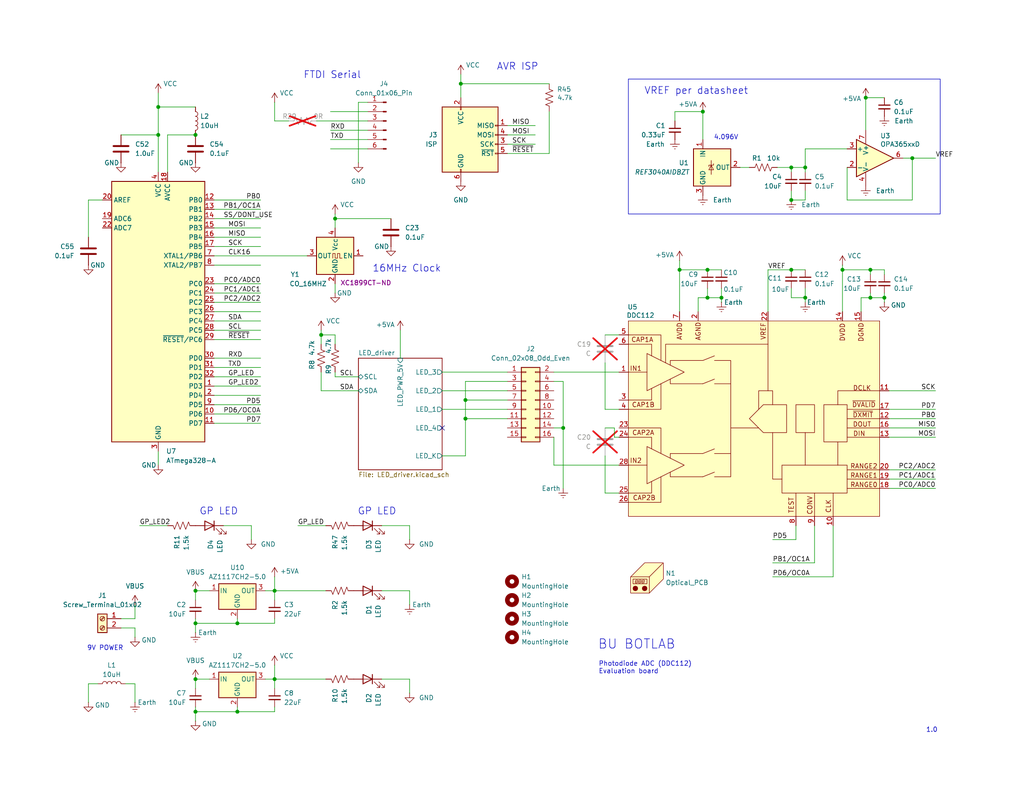
<source format=kicad_sch>
(kicad_sch (version 20250114) (generator "eeschema") (generator_version "9.0")
  (paper "USLetter")
  (title_block (date "mar. 31 mars 2015"))
  (rectangle (start 171.45 21.59) (end 256.54 58.42))
  (text "AVR ISP" (at 141.224 18.288 0) (effects (font (size 1.905 1.905))))
  (text "FTDI Serial" (at 90.678 20.574 0) (effects (font (size 1.905 1.905))))
  (text "4.096V" (at 198.12 37.592 0) (effects (font (size 1.27 1.27))))
  (text "1.0" (at 254.254 199.39 0) (effects (font (size 1.27 1.27))))
  (text "GP LED" (at 59.69 139.7 0) (effects (font (size 1.905 1.905))))
  (text "VREF per datasheet" (at 175.768 24.892 0) (effects (font (size 1.905 1.905)) (justify left)))
  (text "9V POWER" (at 28.702 177.038 0) (effects (font (size 1.27 1.27))))
  (text "GP LED" (at 102.87 139.7 0) (effects (font (size 1.905 1.905))))
  (text "BU BOTLAB" (at 173.736 176.022 0) (effects (font (size 2.54 2.54))))
  (text "16MHz Clock" (at 110.998 73.406 0) (effects (font (size 1.905 1.905))))
  (text "Photodiode ADC (DDC112)\nEvaluation board\n" (at 163.322 182.372 0) (effects (font (size 1.27 1.27)) (justify left)))
  (junction (at 153.67 116.84))
  (junction (at 74.93 185.42))
  (junction (at 53.34 194.31))
  (junction (at 127 109.22))
  (junction (at 185.42 73.66))
  (junction (at 191.77 30.48))
  (junction (at 215.9 45.72))
  (junction (at 248.92 43.18))
  (junction (at 125.73 22.86))
  (junction (at 127 114.3))
  (junction (at 219.71 81.28))
  (junction (at 53.34 170.18))
  (junction (at 241.3 81.28))
  (junction (at 196.85 81.28))
  (junction (at 193.04 73.66))
  (junction (at 53.34 161.29))
  (junction (at 53.34 185.42))
  (junction (at 43.18 36.83))
  (junction (at 87.63 91.44))
  (junction (at 237.49 81.28))
  (junction (at 64.77 194.31))
  (junction (at 215.9 54.61))
  (junction (at 215.9 73.66))
  (junction (at 237.49 73.66))
  (junction (at 53.34 36.83))
  (junction (at 64.77 170.18))
  (junction (at 219.71 45.72))
  (junction (at 74.93 161.29))
  (junction (at 91.44 59.69))
  (junction (at 229.87 73.66))
  (junction (at 193.04 81.28))
  (junction (at 236.22 26.67))
  (junction (at 43.18 29.21))
  (no_connect (at 120.65 116.84))
  (wire (pts (xy 219.71 54.61) (xy 219.71 52.07)))
  (wire (pts (xy 64.77 168.91) (xy 64.77 170.18)))
  (wire (pts (xy 241.3 81.28) (xy 241.3 80.01)))
  (wire (pts (xy 242.57 133.35) (xy 255.27 133.35)))
  (wire (pts (xy 74.93 193.04) (xy 74.93 194.31)))
  (wire (pts (xy 36.83 165.1) (xy 36.83 168.91)))
  (wire (pts (xy 215.9 45.72) (xy 215.9 46.99)))
  (wire (pts (xy 74.93 181.61) (xy 74.93 185.42)))
  (wire (pts (xy 212.09 45.72) (xy 215.9 45.72)))
  (wire (pts (xy 91.44 58.42) (xy 91.44 59.69)))
  (wire (pts (xy 53.34 170.18) (xy 53.34 172.72)))
  (wire (pts (xy 191.77 30.48) (xy 191.77 38.1)))
  (wire (pts (xy 64.77 194.31) (xy 53.34 194.31)))
  (wire (pts (xy 236.22 26.67) (xy 241.3 26.67)))
  (wire (pts (xy 111.76 165.1) (xy 111.76 161.29)))
  (wire (pts (xy 215.9 52.07) (xy 215.9 54.61)))
  (wire (pts (xy 74.93 157.48) (xy 74.93 161.29)))
  (wire (pts (xy 153.67 104.14) (xy 153.67 116.84)))
  (wire (pts (xy 58.42 100.33) (xy 71.12 100.33)))
  (wire (pts (xy 111.76 189.23) (xy 111.76 185.42)))
  (wire (pts (xy 34.29 186.69) (xy 36.83 186.69)))
  (wire (pts (xy 58.42 64.77) (xy 71.12 64.77)))
  (wire (pts (xy 242.57 106.68) (xy 255.27 106.68)))
  (wire (pts (xy 229.87 73.66) (xy 237.49 73.66)))
  (wire (pts (xy 193.04 81.28) (xy 196.85 81.28)))
  (wire (pts (xy 36.83 186.69) (xy 36.83 191.77)))
  (wire (pts (xy 91.44 59.69) (xy 91.44 62.23)))
  (wire (pts (xy 241.3 81.28) (xy 237.49 81.28)))
  (wire (pts (xy 24.13 54.61) (xy 24.13 64.77)))
  (wire (pts (xy 58.42 80.01) (xy 71.12 80.01)))
  (wire (pts (xy 185.42 73.66) (xy 185.42 85.09)))
  (wire (pts (xy 91.44 102.87) (xy 91.44 101.6)))
  (wire (pts (xy 58.42 102.87) (xy 71.12 102.87)))
  (wire (pts (xy 97.79 106.68) (xy 87.63 106.68)))
  (wire (pts (xy 231.14 54.61) (xy 248.92 54.61)))
  (wire (pts (xy 58.42 85.09) (xy 71.12 85.09)))
  (wire (pts (xy 165.1 134.62) (xy 168.91 134.62)))
  (wire (pts (xy 209.55 73.66) (xy 215.9 73.66)))
  (wire (pts (xy 68.58 147.32) (xy 68.58 143.51)))
  (wire (pts (xy 53.34 161.29) (xy 53.34 163.83)))
  (wire (pts (xy 53.34 193.04) (xy 53.34 194.31)))
  (wire (pts (xy 43.18 29.21) (xy 43.18 36.83)))
  (wire (pts (xy 234.95 81.28) (xy 237.49 81.28)))
  (wire (pts (xy 165.1 116.84) (xy 167.64 116.84)))
  (wire (pts (xy 74.93 161.29) (xy 88.9 161.29)))
  (wire (pts (xy 215.9 78.74) (xy 215.9 81.28)))
  (wire (pts (xy 64.77 193.04) (xy 64.77 194.31)))
  (wire (pts (xy 90.17 38.1) (xy 100.33 38.1)))
  (wire (pts (xy 138.43 36.83) (xy 146.05 36.83)))
  (wire (pts (xy 58.42 113.03) (xy 71.12 113.03)))
  (wire (pts (xy 219.71 81.28) (xy 219.71 78.74)))
  (wire (pts (xy 53.34 194.31) (xy 53.34 196.85)))
  (wire (pts (xy 196.85 82.55) (xy 196.85 81.28)))
  (wire (pts (xy 242.57 116.84) (xy 255.27 116.84)))
  (wire (pts (xy 236.22 26.67) (xy 236.22 35.56)))
  (wire (pts (xy 241.3 81.28) (xy 241.3 82.55)))
  (wire (pts (xy 33.02 36.83) (xy 43.18 36.83)))
  (wire (pts (xy 74.93 185.42) (xy 88.9 185.42)))
  (wire (pts (xy 58.42 110.49) (xy 71.12 110.49)))
  (wire (pts (xy 234.95 85.09) (xy 234.95 81.28)))
  (wire (pts (xy 125.73 22.86) (xy 149.86 22.86)))
  (wire (pts (xy 91.44 93.98) (xy 91.44 91.44)))
  (wire (pts (xy 72.39 161.29) (xy 74.93 161.29)))
  (wire (pts (xy 91.44 80.01) (xy 91.44 77.47)))
  (wire (pts (xy 58.42 105.41) (xy 71.12 105.41)))
  (wire (pts (xy 153.67 116.84) (xy 153.67 133.35)))
  (wire (pts (xy 58.42 57.15) (xy 71.12 57.15)))
  (wire (pts (xy 196.85 73.66) (xy 193.04 73.66)))
  (wire (pts (xy 53.34 185.42) (xy 53.34 187.96)))
  (wire (pts (xy 127 109.22) (xy 138.43 109.22)))
  (wire (pts (xy 58.42 82.55) (xy 71.12 82.55)))
  (wire (pts (xy 74.93 194.31) (xy 64.77 194.31)))
  (wire (pts (xy 201.93 45.72) (xy 204.47 45.72)))
  (wire (pts (xy 210.82 157.48) (xy 227.33 157.48)))
  (wire (pts (xy 58.42 90.17) (xy 71.12 90.17)))
  (wire (pts (xy 87.63 106.68) (xy 87.63 101.6)))
  (wire (pts (xy 24.13 186.69) (xy 24.13 191.77)))
  (wire (pts (xy 231.14 45.72) (xy 231.14 54.61)))
  (wire (pts (xy 27.94 54.61) (xy 24.13 54.61)))
  (wire (pts (xy 58.42 97.79) (xy 71.12 97.79)))
  (wire (pts (xy 74.93 185.42) (xy 74.93 187.96)))
  (wire (pts (xy 43.18 36.83) (xy 43.18 46.99)))
  (wire (pts (xy 190.5 81.28) (xy 190.5 85.09)))
  (wire (pts (xy 58.42 72.39) (xy 71.12 72.39)))
  (wire (pts (xy 120.65 124.46) (xy 127 124.46)))
  (wire (pts (xy 219.71 40.64) (xy 231.14 40.64)))
  (wire (pts (xy 74.93 168.91) (xy 74.93 170.18)))
  (wire (pts (xy 241.3 74.93) (xy 241.3 73.66)))
  (wire (pts (xy 58.42 107.95) (xy 71.12 107.95)))
  (wire (pts (xy 229.87 72.39) (xy 229.87 73.66)))
  (wire (pts (xy 127 109.22) (xy 127 114.3)))
  (wire (pts (xy 68.58 143.51) (xy 60.96 143.51)))
  (wire (pts (xy 53.34 168.91) (xy 53.34 170.18)))
  (wire (pts (xy 81.28 143.51) (xy 88.9 143.51)))
  (wire (pts (xy 53.34 36.83) (xy 45.72 36.83)))
  (wire (pts (xy 165.1 99.06) (xy 165.1 111.76)))
  (wire (pts (xy 165.1 124.46) (xy 165.1 134.62)))
  (wire (pts (xy 53.34 161.29) (xy 57.15 161.29)))
  (wire (pts (xy 153.67 116.84) (xy 151.13 116.84)))
  (wire (pts (xy 109.22 90.17) (xy 109.22 97.79)))
  (wire (pts (xy 219.71 82.55) (xy 219.71 81.28)))
  (wire (pts (xy 151.13 119.38) (xy 151.13 127)))
  (wire (pts (xy 138.43 41.91) (xy 149.86 41.91)))
  (wire (pts (xy 227.33 143.51) (xy 227.33 157.48)))
  (wire (pts (xy 215.9 73.66) (xy 219.71 73.66)))
  (wire (pts (xy 209.55 73.66) (xy 209.55 85.09)))
  (wire (pts (xy 74.93 33.02) (xy 78.74 33.02)))
  (wire (pts (xy 151.13 101.6) (xy 168.91 101.6)))
  (wire (pts (xy 219.71 45.72) (xy 215.9 45.72)))
  (wire (pts (xy 242.57 130.81) (xy 255.27 130.81)))
  (wire (pts (xy 219.71 46.99) (xy 219.71 45.72)))
  (wire (pts (xy 149.86 41.91) (xy 149.86 30.48)))
  (wire (pts (xy 74.93 161.29) (xy 74.93 163.83)))
  (wire (pts (xy 58.42 115.57) (xy 71.12 115.57)))
  (wire (pts (xy 151.13 104.14) (xy 153.67 104.14)))
  (wire (pts (xy 74.93 170.18) (xy 64.77 170.18)))
  (wire (pts (xy 87.63 91.44) (xy 87.63 93.98)))
  (wire (pts (xy 58.42 69.85) (xy 83.82 69.85)))
  (wire (pts (xy 229.87 73.66) (xy 229.87 85.09)))
  (wire (pts (xy 97.79 102.87) (xy 91.44 102.87)))
  (wire (pts (xy 43.18 29.21) (xy 53.34 29.21)))
  (wire (pts (xy 127 109.22) (xy 127 104.14)))
  (wire (pts (xy 53.34 185.42) (xy 57.15 185.42)))
  (wire (pts (xy 100.33 27.94) (xy 97.79 27.94)))
  (wire (pts (xy 193.04 78.74) (xy 193.04 81.28)))
  (wire (pts (xy 219.71 45.72) (xy 219.71 40.64)))
  (wire (pts (xy 36.83 168.91) (xy 33.02 168.91)))
  (wire (pts (xy 184.15 33.02) (xy 184.15 30.48)))
  (wire (pts (xy 36.83 171.45) (xy 36.83 173.99)))
  (wire (pts (xy 210.82 153.67) (xy 222.25 153.67)))
  (wire (pts (xy 125.73 20.32) (xy 125.73 22.86)))
  (wire (pts (xy 38.1 143.51) (xy 45.72 143.51)))
  (wire (pts (xy 237.49 74.93) (xy 237.49 73.66)))
  (wire (pts (xy 242.57 114.3) (xy 255.27 114.3)))
  (wire (pts (xy 167.64 119.38) (xy 168.91 119.38)))
  (wire (pts (xy 74.93 27.94) (xy 74.93 33.02)))
  (wire (pts (xy 45.72 36.83) (xy 45.72 46.99)))
  (wire (pts (xy 165.1 111.76) (xy 168.91 111.76)))
  (wire (pts (xy 58.42 92.71) (xy 71.12 92.71)))
  (wire (pts (xy 196.85 81.28) (xy 196.85 78.74)))
  (wire (pts (xy 222.25 143.51) (xy 222.25 153.67)))
  (wire (pts (xy 138.43 39.37) (xy 146.05 39.37)))
  (wire (pts (xy 138.43 34.29) (xy 146.05 34.29)))
  (wire (pts (xy 167.64 116.84) (xy 167.64 119.38)))
  (wire (pts (xy 86.36 33.02) (xy 100.33 33.02)))
  (wire (pts (xy 127 114.3) (xy 127 124.46)))
  (wire (pts (xy 111.76 147.32) (xy 111.76 143.51)))
  (wire (pts (xy 237.49 73.66) (xy 241.3 73.66)))
  (wire (pts (xy 111.76 143.51) (xy 104.14 143.51)))
  (wire (pts (xy 58.42 77.47) (xy 71.12 77.47)))
  (wire (pts (xy 90.17 30.48) (xy 100.33 30.48)))
  (wire (pts (xy 138.43 114.3) (xy 127 114.3)))
  (wire (pts (xy 72.39 185.42) (xy 74.93 185.42)))
  (wire (pts (xy 242.57 119.38) (xy 255.27 119.38)))
  (wire (pts (xy 248.92 54.61) (xy 248.92 43.18)))
  (wire (pts (xy 184.15 30.48) (xy 191.77 30.48)))
  (wire (pts (xy 58.42 87.63) (xy 71.12 87.63)))
  (wire (pts (xy 43.18 25.4) (xy 43.18 29.21)))
  (wire (pts (xy 97.79 27.94) (xy 97.79 44.45)))
  (wire (pts (xy 90.17 35.56) (xy 100.33 35.56)))
  (wire (pts (xy 242.57 128.27) (xy 255.27 128.27)))
  (wire (pts (xy 43.18 123.19) (xy 43.18 127)))
  (wire (pts (xy 190.5 81.28) (xy 193.04 81.28)))
  (wire (pts (xy 127 104.14) (xy 138.43 104.14)))
  (wire (pts (xy 58.42 59.69) (xy 71.12 59.69)))
  (wire (pts (xy 151.13 127) (xy 168.91 127)))
  (wire (pts (xy 215.9 54.61) (xy 219.71 54.61)))
  (wire (pts (xy 91.44 59.69) (xy 106.68 59.69)))
  (wire (pts (xy 64.77 170.18) (xy 53.34 170.18)))
  (wire (pts (xy 58.42 67.31) (xy 71.12 67.31)))
  (wire (pts (xy 58.42 62.23) (xy 71.12 62.23)))
  (wire (pts (xy 111.76 161.29) (xy 104.14 161.29)))
  (wire (pts (xy 210.82 147.32) (xy 217.17 147.32)))
  (wire (pts (xy 120.65 111.76) (xy 138.43 111.76)))
  (wire (pts (xy 120.65 101.6) (xy 138.43 101.6)))
  (wire (pts (xy 125.73 22.86) (xy 125.73 26.67)))
  (wire (pts (xy 90.17 40.64) (xy 100.33 40.64)))
  (wire (pts (xy 217.17 143.51) (xy 217.17 147.32)))
  (wire (pts (xy 165.1 91.44) (xy 168.91 91.44)))
  (wire (pts (xy 91.44 91.44) (xy 87.63 91.44)))
  (wire (pts (xy 246.38 43.18) (xy 248.92 43.18)))
  (wire (pts (xy 87.63 90.17) (xy 87.63 91.44)))
  (wire (pts (xy 111.76 185.42) (xy 104.14 185.42)))
  (wire (pts (xy 242.57 111.76) (xy 255.27 111.76)))
  (wire (pts (xy 193.04 73.66) (xy 185.42 73.66)))
  (wire (pts (xy 58.42 54.61) (xy 71.12 54.61)))
  (wire (pts (xy 237.49 80.01) (xy 237.49 81.28)))
  (wire (pts (xy 120.65 106.68) (xy 138.43 106.68)))
  (wire (pts (xy 26.67 186.69) (xy 24.13 186.69)))
  (wire (pts (xy 215.9 81.28) (xy 219.71 81.28)))
  (wire (pts (xy 185.42 71.12) (xy 185.42 73.66)))
  (wire (pts (xy 33.02 171.45) (xy 36.83 171.45)))
  (wire (pts (xy 248.92 43.18) (xy 255.27 43.18)))
  (label "PB1{slash}OC1A" (at 71.12 57.15 180))
  (label "PD7" (at 255.27 111.76 180))
  (label "PD5" (at 71.12 110.49 180))
  (label "PB0" (at 71.12 54.61 180))
  (label "GP_LED" (at 62.23 102.87 0))
  (label "SCL" (at 92.71 102.87 0))
  (label "TXD" (at 90.17 38.1 0))
  (label "TXD" (at 62.23 100.33 0))
  (label "RXD" (at 62.23 97.79 0))
  (label "PC2{slash}ADC2" (at 71.12 82.55 180))
  (label "GP_LED2" (at 62.23 105.41 0))
  (label "RXD" (at 90.17 35.56 0))
  (label "~{RESET}" (at 62.23 92.71 0))
  (label "SCK" (at 139.7 39.37 0))
  (label "MISO" (at 255.27 116.84 180))
  (label "PC0{slash}ADC0" (at 255.27 133.35 180))
  (label "PD6{slash}OC0A" (at 210.82 157.48 0))
  (label "GP_LED" (at 81.28 143.51 0))
  (label "PB0" (at 255.27 114.3 180))
  (label "SCL" (at 62.23 90.17 0))
  (label "SDA" (at 92.71 106.68 0))
  (label "PD5" (at 210.82 147.32 0))
  (label "SCK" (at 255.27 106.68 180))
  (label "PD7" (at 71.12 115.57 180))
  (label "SCK" (at 62.23 67.31 0))
  (label "CLK16" (at 62.23 69.85 0))
  (label "PB1{slash}OC1A" (at 210.82 153.67 0))
  (label "VREF" (at 209.55 73.66 0))
  (label "MISO" (at 139.7 34.29 0))
  (label "PC0{slash}ADC0" (at 71.12 77.47 180))
  (label "~{RESET}" (at 139.7 41.91 0))
  (label "GP_LED2" (at 38.1 143.51 0))
  (label "PC1{slash}ADC1" (at 71.12 80.01 180))
  (label "PC2{slash}ADC2" (at 255.27 128.27 180))
  (label "SDA" (at 62.23 87.63 0))
  (label "PC1{slash}ADC1" (at 255.27 130.81 180))
  (label "PD6{slash}OC0A" (at 71.12 113.03 180))
  (label "MOSI" (at 255.27 119.38 180))
  (label "MISO" (at 62.23 64.77 0))
  (label "SS{slash}DONT_USE" (at 60.96 59.69 0))
  (label "MOSI" (at 139.7 36.83 0))
  (label "VREF" (at 255.27 43.18 0))
  (label "MOSI" (at 62.23 62.23 0))
  (symbol (lib_id "Device:R_US") (at 92.71 143.51 90) (mirror x) (unit 1)
    (property "Reference" "R47" (at 91.4399 146.05 0) (effects (justify left)))
    (property "Value" "1.5k" (at 93.9799 146.05 0) (effects (justify left)))
    (property "Footprint" "Resistor_SMD:R_0805_2012Metric_Pad1.20x1.40mm_HandSolder" (effects (hide yes)))
    (property "Datasheet" "https://www.yageo.com/upload/media/product/app/datasheet/rchip/pyu-rt_1-to-0.01_rohs_l.pdf" (effects (hide yes)))
    (property "Description" "Resistor, US symbol" (effects (hide yes)))
    (property "MfgNo" "RT0603BRD071K5L" (effects (hide yes)))
    (property "CatNo" "YAG1570CT-ND" (effects (hide yes)))
    (property "DigikeyNumber" "541-4161-1-ND" (effects (hide yes)))
    (property "ManufacturerNumber" "CRCW08051K50FKEAC" (effects (hide yes)))
  )
  (symbol (lib_id "Device:C_Small") (at 53.34 166.37 0) (mirror y) (unit 1)
    (property "Reference" "C2" (at 50.8 165.1062 0) (effects (justify left)))
    (property "Value" "10uF" (at 50.8 167.6462 0) (effects (justify left)))
    (property "Footprint" "Capacitor_SMD:C_0805_2012Metric_Pad1.18x1.45mm_HandSolder" (effects (hide yes)))
    (property "Description" "Unpolarized capacitor, small symbol" (effects (hide yes)))
    (property "DigikeyNumber" "1292-0805X106K250CT-ND" (effects (hide yes)))
    (property "ManufacturerNumber" "0805X106K250CT" (effects (hide yes)))
  )
  (symbol (lib_id "power:Earth") (at 111.76 165.1 0) (unit 1)
    (property "Reference" "#PWR045" (effects (hide yes)))
    (property "Value" "Earth" (at 115.062 165.1 0))
    (property "Description" "Power symbol creates a global label with name \"Earth\"" (effects (hide yes)))
  )
  (symbol (lib_id "power:GND") (at 53.34 196.85 0) (unit 1)
    (property "Reference" "#PWR014" (effects (hide yes)))
    (property "Value" "GND" (at 57.15 197.612 0))
    (property "Description" "Power symbol creates a global label with name \"GND\" , ground" (effects (hide yes)))
  )
  (symbol (lib_id "Connector:AVR-ISP-6") (at 128.27 39.37 0) (unit 1)
    (property "Reference" "J3" (at 119.38 36.83 0) (effects (justify right)))
    (property "Value" "ISP" (at 119.38 39.37 0) (effects (justify right)))
    (property "Footprint" "Connector_IDC:IDC-Header_2x03_P2.54mm_Horizontal" (effects (hide yes)))
    (property "Datasheet" "https://media.metz-connect.com/files/171/Data_sheet_PR202XXVBDN.PDF" (effects (hide yes)))
    (property "DigikeyNumber" "952-2092-ND" (effects (hide yes)))
    (property "ManufacturerNumber" "M20-9950345" (effects (hide yes)))
  )
  (symbol (lib_id "Connector_Generic:Conn_02x08_Odd_Even") (at 143.51 109.22 0) (unit 1)
    (property "Reference" "J2" (at 144.78 95.25 0))
    (property "Value" "Conn_02x08_Odd_Even" (at 144.78 97.79 0))
    (property "Footprint" "Connector_PinHeader_2.54mm:PinHeader_2x08_P2.54mm_Vertical" (effects (hide yes)))
    (property "Description" "Generic connector, double row, 02x08, odd/even pin numbering scheme (row 1 odd numbers, row 2 even numbers), script generated (kicad-library-utils/schlib/autogen/connector/)" (effects (hide yes)))
    (property "DigikeyNumber" "10129381-916001BLF-ND" (effects (hide yes)))
    (property "ManufacturerNumber" "10129381-916001BLF" (effects (hide yes)))
  )
  (symbol (lib_id "Device:C") (at 24.13 68.58 0) (mirror y) (unit 1)
    (property "Reference" "C55" (at 20.32 67.3099 0) (effects (justify left)))
    (property "Value" "0.1uF" (at 20.32 69.8499 0) (effects (justify left)))
    (property "Footprint" "Capacitor_SMD:C_0805_2012Metric_Pad1.18x1.45mm_HandSolder" (effects (hide yes)))
    (property "Description" "Unpolarized capacitor" (effects (hide yes)))
    (property "CatNo" "311-1088-1-ND" (effects (hide yes)))
    (property "MfgNo" "CC0603KRX7R7BB104" (effects (hide yes)))
    (property "DigikeyNumber" "478-KGM21NR71H104KTCT-ND" (effects (hide yes)))
    (property "ManufacturerNumber" "KGM21NR71H104KT" (effects (hide yes)))
  )
  (symbol (lib_id "power:VBUS") (at 53.34 161.29 0) (unit 1)
    (property "Reference" "#PWR02" (effects (hide yes)))
    (property "Value" "VBUS" (at 53.34 156.21 0))
    (property "Description" "Power symbol creates a global label with name \"VBUS\"" (effects (hide yes)))
  )
  (symbol (lib_id "Device:C_Small") (at 241.3 29.21 0) (unit 1)
    (property "Reference" "C6" (at 243.84 27.9462 0) (effects (justify left)))
    (property "Value" "0.1uF" (at 243.84 30.4862 0) (effects (justify left)))
    (property "Footprint" "Capacitor_SMD:C_0805_2012Metric_Pad1.18x1.45mm_HandSolder" (effects (hide yes)))
    (property "Description" "Unpolarized capacitor, small symbol" (effects (hide yes)))
    (property "DigikeyNumber" "478-KGM21NR71H104KTCT-ND" (effects (hide yes)))
    (property "ManufacturerNumber" "KGM21NR71H104KT" (effects (hide yes)))
  )
  (symbol (lib_id "Device:C_Small") (at 215.9 49.53 0) (mirror y) (unit 1)
    (property "Reference" "C4" (at 213.36 48.2662 0) (effects (justify left)))
    (property "Value" "10uF" (at 213.36 50.8062 0) (effects (justify left)))
    (property "Footprint" "Capacitor_SMD:C_0805_2012Metric_Pad1.18x1.45mm_HandSolder" (effects (hide yes)))
    (property "Description" "Unpolarized capacitor, small symbol" (effects (hide yes)))
    (property "DigikeyNumber" "1292-0805X106K250CT-ND" (effects (hide yes)))
    (property "ManufacturerNumber" "0805X106K250CT" (effects (hide yes)))
  )
  (symbol (lib_id "power:+5VA") (at 185.42 71.12 0) (unit 1)
    (property "Reference" "#PWR020" (effects (hide yes)))
    (property "Value" "+5VA" (at 181.356 69.596 0))
    (property "Description" "Power symbol creates a global label with name \"+5VA\"" (effects (hide yes)))
  )
  (symbol (lib_id "MCU_Microchip_ATmega:ATmega328-A") (at 43.18 85.09 0) (unit 1)
    (property "Reference" "U7" (at 45.3233 123.19 0) (effects (justify left)))
    (property "Value" "ATmega328-A" (at 45.3233 125.73 0) (effects (justify left)))
    (property "Footprint" "Package_QFP:TQFP-32_7x7mm_P0.8mm" (effects (hide yes)))
    (property "Datasheet" "http://ww1.microchip.com/downloads/en/DeviceDoc/ATmega328_P%20AVR%20MCU%20with%20picoPower%20Technology%20Data%20Sheet%2040001984A.pdf" (effects (hide yes)))
    (property "Description" "20MHz, 32kB Flash, 2kB SRAM, 1kB EEPROM, TQFP-32" (effects (hide yes)))
    (property "DigikeyNumber" "ATMEGA328P-AU-ND" (effects (hide yes)))
    (property "ManufacturerNumber" "ATMEGA328P-AU" (effects (hide yes)))
  )
  (symbol (lib_id "power:GND") (at 43.18 127 0) (mirror y) (unit 1)
    (property "Reference" "#PWR025" (effects (hide yes)))
    (property "Value" "GND" (at 40.64 127 0))
  )
  (symbol (lib_id "Connector:Conn_01x06_Pin") (at 105.41 33.02 0) (mirror y) (unit 1)
    (property "Reference" "J4" (at 104.775 22.86 0))
    (property "Value" "Conn_01x06_Pin" (at 104.775 25.4 0))
    (property "Footprint" "Connector_PinHeader_2.54mm:PinHeader_1x06_P2.54mm_Horizontal" (effects (hide yes)))
    (property "Vendor" "DigiKey" (effects (hide yes)))
  )
  (symbol (lib_id "Amplifier_Operational:OPA365xxD") (at 238.76 43.18 0) (unit 1)
    (property "Reference" "U3" (at 241.554 37.084 0))
    (property "Value" "OPA365xxD" (at 245.618 39.37 0))
    (property "Footprint" "Package_SO:SOIC-8_3.9x4.9mm_P1.27mm" (effects (hide yes)))
    (property "Datasheet" "http://www.ti.com/lit/ds/symlink/opa365.pdf" (effects (hide yes)))
    (property "Description" "50-MHz, Zero-Crossover, Low-Distortion, High CMRR, RRI/O, Single-Supply, SOIC-8" (effects (hide yes)))
    (property "DigikeyNumber" "296-46162-1-ND" (effects (hide yes)))
    (property "ManufacturerNumber" "OPA365AIDR" (effects (hide yes)))
  )
  (symbol (lib_id "Device:L") (at 53.34 33.02 0) (unit 1)
    (property "Reference" "L2" (at 54.61 31.7499 0) (effects (justify left)))
    (property "Value" "10uH" (at 54.61 34.2899 0) (effects (justify left)))
    (property "Footprint" "Inductor_SMD:L_0805_2012Metric_Pad1.15x1.40mm_HandSolder" (effects (hide yes)))
    (property "Description" "Inductor" (effects (hide yes)))
    (property "CatNo" "445-6755-1-ND" (effects (hide yes)))
    (property "MfgNo" "MLZ1608N100LT000" (effects (hide yes)))
    (property "DigikeyNumber" "445-6762-1-ND" (effects (hide yes)))
    (property "ManufacturerNumber" "MLZ2012N100LT000" (effects (hide yes)))
  )
  (symbol (lib_id "Regulator_Linear:AZ1117CH2-5.0") (at 64.77 161.29 0) (unit 1)
    (property "Reference" "U10" (at 64.77 154.94 0))
    (property "Value" "AZ1117CH2-5.0" (at 64.77 157.48 0))
    (property "Footprint" "Package_TO_SOT_SMD:SOT-223-3_TabPin2" (effects (hide yes)))
    (property "Datasheet" "https://www.diodes.com/assets/Datasheets/AZ1117C.pdf" (effects (hide yes)))
    (property "Description" "1A Fixed 5.0V LDO Linear Regulator, 15V Max Input, SOT-223" (effects (hide yes)))
    (property "DigikeyNumber" "31-AZ1117CH2-5.0TRG1CT-ND" (effects (hide yes)))
    (property "ManufacturerNumber" "AZ1117CH2-5.0TRG1" (effects (hide yes)))
  )
  (symbol (lib_id "Mechanical:MountingHole") (at 139.7 163.83 0) (unit 1) (in_bom no)
    (property "Reference" "H2" (at 142.24 162.5599 0) (effects (justify left)))
    (property "Value" "MountingHole" (at 142.24 165.0999 0) (effects (justify left)))
    (property "Footprint" "MountingHole:MountingHole_4.3mm_M4_DIN965_Pad" (effects (hide yes)))
    (property "Description" "Mounting Hole without connection" (effects (hide yes)))
  )
  (symbol (lib_id "Device:C_Small") (at 215.9 76.2 0) (mirror y) (unit 1)
    (property "Reference" "C11" (at 213.36 75.946 0) (effects (justify left)))
    (property "Value" "10uF" (at 215.392 78.994 0) (effects (justify left)))
    (property "Footprint" "Capacitor_SMD:C_0805_2012Metric_Pad1.18x1.45mm_HandSolder" (effects (hide yes)))
    (property "Description" "Unpolarized capacitor, small symbol" (effects (hide yes)))
    (property "DigikeyNumber" "1292-0805X106K250CT-ND" (effects (hide yes)))
    (property "ManufacturerNumber" "0805X106K250CT" (effects (hide yes)))
  )
  (symbol (lib_id "power:GND") (at 53.34 44.45 0) (mirror y) (unit 1)
    (property "Reference" "#PWR026" (effects (hide yes)))
    (property "Value" "GND" (at 50.8 44.45 0))
  )
  (symbol (lib_id "Device:R_US") (at 82.55 33.02 90) (unit 1) (dnp yes)
    (property "Reference" "R29" (at 78.994 31.75 90))
    (property "Value" "0R" (at 86.868 31.75 90))
    (property "Footprint" "Resistor_SMD:R_0805_2012Metric_Pad1.20x1.40mm_HandSolder" (effects (hide yes)))
    (property "Description" "Resistor, US symbol" (effects (hide yes)))
    (property "Vendor" "DigiKey" (effects (hide yes)))
  )
  (symbol (lib_id "power:Earth") (at 219.71 82.55 0) (unit 1)
    (property "Reference" "#PWR022" (effects (hide yes)))
    (property "Value" "Earth" (at 222.758 82.55 0))
    (property "Description" "Power symbol creates a global label with name \"Earth\"" (effects (hide yes)))
  )
  (symbol (lib_id "power:GND") (at 36.83 173.99 0) (unit 1)
    (property "Reference" "#PWR07" (effects (hide yes)))
    (property "Value" "GND" (at 40.64 174.752 0))
    (property "Description" "Power symbol creates a global label with name \"GND\" , ground" (effects (hide yes)))
  )
  (symbol (lib_id "Mechanical:Housing") (at 177.8 157.48 0) (unit 1)
    (property "Reference" "N1" (at 181.61 156.5274 0) (effects (justify left)))
    (property "Value" "Optical_PCB" (at 181.61 159.0674 0) (effects (justify left)))
    (property "Footprint" "optical_pcb_model:optical_pcb" (effects (hide yes)))
    (property "Description" "Housing" (effects (hide yes)))
  )
  (symbol (lib_id "power:VCC") (at 229.87 72.39 0) (unit 1)
    (property "Reference" "#PWR023" (effects (hide yes)))
    (property "Value" "VCC" (at 233.172 69.85 0))
    (property "Description" "Power symbol creates a global label with name \"VCC\"" (effects (hide yes)))
  )
  (symbol (lib_id "Device:R_US") (at 208.28 45.72 90) (unit 1)
    (property "Reference" "R1" (at 206.502 43.18 90))
    (property "Value" "10k" (at 211.074 43.18 90))
    (property "Footprint" "Resistor_SMD:R_0805_2012Metric_Pad1.20x1.40mm_HandSolder" (effects (hide yes)))
    (property "Description" "Resistor, US symbol" (effects (hide yes)))
    (property "DigikeyNumber" "P10KACT-ND" (effects (hide yes)))
    (property "ManufacturerNumber" "ERJ-6GEYJ103V" (effects (hide yes)))
  )
  (symbol (lib_id "power:Earth") (at 241.3 31.75 0) (unit 1)
    (property "Reference" "#PWR012" (effects (hide yes)))
    (property "Value" "Earth" (at 246.634 33.02 0))
    (property "Description" "Power symbol creates a global label with name \"Earth\"" (effects (hide yes)))
  )
  (symbol (lib_id "Device:R_US") (at 149.86 26.67 180) (unit 1)
    (property "Reference" "R45" (at 153.924 24.384 0))
    (property "Value" "4.7k" (at 154.178 26.67 0))
    (property "Footprint" "Resistor_SMD:R_0805_2012Metric_Pad1.20x1.40mm_HandSolder" (effects (hide yes)))
    (property "Description" "Resistor, US symbol" (effects (hide yes)))
    (property "CatNo" "P4.70KHCT-ND" (effects (hide yes)))
    (property "Vendor" "DigiKey" (effects (hide yes)))
    (property "MfgNo" "ERJ-3EKF4701V" (effects (hide yes)))
    (property "DigikeyNumber" "541-4131-1-ND" (effects (hide yes)))
    (property "ManufacturerNumber" "CRCW08054K70FKEAC" (effects (hide yes)))
  )
  (symbol (lib_id "Device:C_Small") (at 196.85 76.2 0) (unit 1)
    (property "Reference" "C10" (at 197.358 74.422 0) (effects (justify left)))
    (property "Value" "0.1uF" (at 197.358 78.994 0) (effects (justify left)))
    (property "Footprint" "Capacitor_SMD:C_0805_2012Metric_Pad1.18x1.45mm_HandSolder" (effects (hide yes)))
    (property "Description" "Unpolarized capacitor, small symbol" (effects (hide yes)))
    (property "DigikeyNumber" "478-KGM21NR71H104KTCT-ND" (effects (hide yes)))
    (property "ManufacturerNumber" "KGM21NR71H104KT" (effects (hide yes)))
  )
  (symbol (lib_id "power:GND") (at 97.79 44.45 0) (unit 1)
    (property "Reference" "#PWR028" (effects (hide yes)))
    (property "Value" "GND" (at 97.79 49.53 0))
    (property "Description" "Power symbol creates a global label with name \"GND\" , ground" (effects (hide yes)))
  )
  (symbol (lib_id "power:VCC") (at 125.73 20.32 0) (unit 1)
    (property "Reference" "#PWR032" (effects (hide yes)))
    (property "Value" "VCC" (at 129.032 17.78 0))
    (property "Description" "Power symbol creates a global label with name \"VCC\"" (effects (hide yes)))
  )
  (symbol (lib_id "Regulator_Linear:AZ1117CH2-5.0") (at 64.77 185.42 0) (unit 1)
    (property "Reference" "U2" (at 64.77 179.07 0))
    (property "Value" "AZ1117CH2-5.0" (at 64.77 181.61 0))
    (property "Footprint" "Package_TO_SOT_SMD:SOT-223-3_TabPin2" (effects (hide yes)))
    (property "Datasheet" "https://www.diodes.com/assets/Datasheets/AZ1117C.pdf" (effects (hide yes)))
    (property "Description" "1A Fixed 5.0V LDO Linear Regulator, 15V Max Input, SOT-223" (effects (hide yes)))
    (property "DigikeyNumber" "31-AZ1117CH2-5.0TRG1CT-ND" (effects (hide yes)))
    (property "ManufacturerNumber" "AZ1117CH2-5.0TRG1" (effects (hide yes)))
  )
  (symbol (lib_id "Device:C_Small") (at 241.3 77.47 0) (unit 1)
    (property "Reference" "C14" (at 243.84 76.2062 0) (effects (justify left)))
    (property "Value" "0.1uF" (at 243.84 78.7462 0) (effects (justify left)))
    (property "Footprint" "Capacitor_SMD:C_0805_2012Metric_Pad1.18x1.45mm_HandSolder" (effects (hide yes)))
    (property "Description" "Unpolarized capacitor, small symbol" (effects (hide yes)))
    (property "DigikeyNumber" "478-KGM21NR71H104KTCT-ND" (effects (hide yes)))
    (property "ManufacturerNumber" "KGM21NR71H104KT" (effects (hide yes)))
  )
  (symbol (lib_id "Reference_Voltage:REF3040") (at 194.31 45.72 0) (unit 1)
    (property "Reference" "U1" (at 187.96 44.4499 0) (effects (justify right)))
    (property "Value" "REF3040AIDBZT" (at 187.96 46.99 0) (effects (font (italic yes)) (justify right)))
    (property "Footprint" "Package_TO_SOT_SMD:SOT-23" (effects (hide yes)))
    (property "Datasheet" "http://www.ti.com/lit/ds/symlink/ref3033.pdf" (effects (hide yes)))
    (property "Description" "4.096V 50-ppm/°C Max, 50-μA, CMOS Voltage Reference, SOT-23-3" (effects (hide yes)))
    (property "DigikeyNumber" "REF3040AIDBZTCT-ND" (effects (hide yes)))
    (property "ManufacturerNumber" "REF3040AIDBZT" (effects (hide yes)))
  )
  (symbol (lib_id "power:Earth") (at 191.77 53.34 0) (unit 1)
    (property "Reference" "#PWR05" (effects (hide yes)))
    (property "Value" "Earth" (at 197.104 54.61 0))
    (property "Description" "Power symbol creates a global label with name \"Earth\"" (effects (hide yes)))
  )
  (symbol (lib_id "power:GND") (at 111.76 189.23 0) (unit 1)
    (property "Reference" "#PWR046" (effects (hide yes)))
    (property "Value" "GND" (at 114.3 190.4999 0) (effects (justify left)))
    (property "Description" "Power symbol creates a global label with name \"GND\" , ground" (effects (hide yes)))
  )
  (symbol (lib_id "Mechanical:MountingHole") (at 139.7 173.99 0) (unit 1) (in_bom no)
    (property "Reference" "H4" (at 142.24 172.7199 0) (effects (justify left)))
    (property "Value" "MountingHole" (at 142.24 175.2599 0) (effects (justify left)))
    (property "Footprint" "MountingHole:MountingHole_4.3mm_M4_DIN965_Pad" (effects (hide yes)))
    (property "Description" "Mounting Hole without connection" (effects (hide yes)))
  )
  (symbol (lib_id "power:VCC") (at 87.63 90.17 0) (unit 1)
    (property "Reference" "#PWR040" (effects (hide yes)))
    (property "Value" "VCC" (at 90.932 87.63 0))
    (property "Description" "Power symbol creates a global label with name \"VCC\"" (effects (hide yes)))
  )
  (symbol (lib_id "Device:C_Small") (at 74.93 166.37 0) (unit 1)
    (property "Reference" "C3" (at 77.47 165.1062 0) (effects (justify left)))
    (property "Value" "22uF" (at 77.47 167.6462 0) (effects (justify left)))
    (property "Footprint" "Capacitor_SMD:C_0805_2012Metric_Pad1.18x1.45mm_HandSolder" (effects (hide yes)))
    (property "Description" "Unpolarized capacitor, small symbol" (effects (hide yes)))
    (property "DigikeyNumber" "1276-CL21A226MAYNNNECT-ND" (effects (hide yes)))
    (property "ManufacturerNumber" "CL21A226MAYNNNE" (effects (hide yes)))
  )
  (symbol (lib_id "Device:C") (at 165.1 95.25 0) (unit 1) (dnp yes)
    (property "Reference" "C19" (at 161.29 93.9799 0) (effects (justify right)))
    (property "Value" "C" (at 161.29 96.5199 0) (effects (justify right)))
    (property "Footprint" "Capacitor_SMD:C_0805_2012Metric_Pad1.18x1.45mm_HandSolder" (effects (hide yes)))
    (property "Description" "Unpolarized capacitor" (effects (hide yes)))
  )
  (symbol (lib_id "Device:R_US") (at 87.63 97.79 180) (unit 1)
    (property "Reference" "R8" (at 85.09 99.568 90))
    (property "Value" "4.7k" (at 85.09 94.996 90))
    (property "Footprint" "Resistor_SMD:R_0805_2012Metric_Pad1.20x1.40mm_HandSolder" (effects (hide yes)))
    (property "Description" "Resistor, US symbol" (effects (hide yes)))
    (property "DigikeyNumber" "541-4131-1-ND" (effects (hide yes)))
    (property "ManufacturerNumber" "CRCW08054K70FKEAC" (effects (hide yes)))
  )
  (symbol (lib_id "power:GND") (at 111.76 147.32 0) (unit 1)
    (property "Reference" "#PWR096" (effects (hide yes)))
    (property "Value" "GND" (at 114.3 148.5899 0) (effects (justify left)))
    (property "Description" "Power symbol creates a global label with name \"GND\" , ground" (effects (hide yes)))
  )
  (symbol (lib_id "Oscillator:CXO_DIP8") (at 91.44 69.85 0) (mirror y) (unit 1)
    (property "Reference" "Y1" (at 80.518 74.93 0))
    (property "Value" "CO_16MHZ" (at 84.074 77.47 0))
    (property "Footprint" "Oscillator:Oscillator_SMD_Abracon_ASE-4Pin_3.2x2.5mm" (effects (hide yes)))
    (property "Datasheet" "http://cdn-reichelt.de/documents/datenblatt/B400/OSZI.pdf" (effects (hide yes)))
    (property "Description" "Crystal Clock Oscillator, DIP8-style metal package" (effects (hide yes)))
    (property "DigikeyNumber" "XC1899CT-ND" (at 99.822 77.216 0))
    (property "ManufacturerNumber" "ECS-3961-160-AU-TR" (effects (hide yes)))
  )
  (symbol (lib_id "Device:R_US") (at 92.71 185.42 90) (mirror x) (unit 1)
    (property "Reference" "R10" (at 91.4399 187.96 0) (effects (justify left)))
    (property "Value" "1.5k" (at 93.9799 187.96 0) (effects (justify left)))
    (property "Footprint" "Resistor_SMD:R_0805_2012Metric_Pad1.20x1.40mm_HandSolder" (effects (hide yes)))
    (property "Datasheet" "https://www.yageo.com/upload/media/product/app/datasheet/rchip/pyu-rt_1-to-0.01_rohs_l.pdf" (effects (hide yes)))
    (property "Description" "Resistor, US symbol" (effects (hide yes)))
    (property "MfgNo" "RT0603BRD071K5L" (effects (hide yes)))
    (property "CatNo" "YAG1570CT-ND" (effects (hide yes)))
    (property "DigikeyNumber" "541-4161-1-ND" (effects (hide yes)))
    (property "ManufacturerNumber" "CRCW08051K50FKEAC" (effects (hide yes)))
  )
  (symbol (lib_id "Device:LED") (at 100.33 185.42 0) (mirror y) (unit 1)
    (property "Reference" "D2" (at 100.6474 189.23 90) (effects (justify right)))
    (property "Value" "LED" (at 103.1874 189.23 90) (effects (justify right)))
    (property "Footprint" "LED_SMD:LED_0805_2012Metric_Pad1.15x1.40mm_HandSolder" (effects (hide yes)))
    (property "Datasheet" "https://mm.digikey.com/Volume0/opasdata/d220001/medias/docus/4237/B19Y1USD-20C000113U1930.pdf" (effects (hide yes)))
    (property "Description" "Light emitting diode" (effects (hide yes)))
    (property "Sim.Pins" "1=K 2=A" (effects (hide yes)))
    (property "DigikeyNumber" "1516-QBLP631-R3ACT-ND" (effects (hide yes)))
    (property "ManufacturerNumber" "QBLP631-R3A" (effects (hide yes)))
  )
  (symbol (lib_id "my_DDC:DDC112_SO") (at 171.45 91.44 0) (unit 1)
    (property "Reference" "U5" (at 171.196 83.82 0) (effects (justify left)))
    (property "Value" "DDC112" (at 170.942 86.106 0) (effects (justify left)))
    (property "Footprint" "Package_SO:SOIC-28W_7.5x17.9mm_P1.27mm" (effects (hide yes)))
    (property "Datasheet" "https://www.ti.com/lit/gpn/DDC112" (effects (hide yes)))
    (property "DigikeyNumber" "296-DDC112U/1KCT-ND" (effects (hide yes)))
    (property "ManufacturerNumber" "DDC112U/1K" (effects (hide yes)))
  )
  (symbol (lib_id "power:Earth") (at 215.9 54.61 0) (unit 1)
    (property "Reference" "#PWR09" (effects (hide yes)))
    (property "Value" "Earth" (at 221.234 55.88 0))
    (property "Description" "Power symbol creates a global label with name \"Earth\"" (effects (hide yes)))
  )
  (symbol (lib_id "power:Earth") (at 53.34 172.72 0) (unit 1)
    (property "Reference" "#PWR03" (effects (hide yes)))
    (property "Value" "Earth" (at 56.642 172.72 0))
    (property "Description" "Power symbol creates a global label with name \"Earth\"" (effects (hide yes)))
  )
  (symbol (lib_id "power:Earth") (at 36.83 191.77 0) (unit 1)
    (property "Reference" "#PWR018" (effects (hide yes)))
    (property "Value" "Earth" (at 40.132 191.77 0))
    (property "Description" "Power symbol creates a global label with name \"Earth\"" (effects (hide yes)))
  )
  (symbol (lib_id "power:VCC") (at 74.93 27.94 0) (unit 1)
    (property "Reference" "#PWR027" (effects (hide yes)))
    (property "Value" "VCC" (at 78.232 25.4 0))
    (property "Description" "Power symbol creates a global label with name \"VCC\"" (effects (hide yes)))
  )
  (symbol (lib_id "Device:C") (at 165.1 120.65 0) (unit 1) (dnp yes)
    (property "Reference" "C20" (at 161.29 119.3799 0) (effects (justify right)))
    (property "Value" "C" (at 161.29 121.9199 0) (effects (justify right)))
    (property "Footprint" "Capacitor_SMD:C_0805_2012Metric_Pad1.18x1.45mm_HandSolder" (effects (hide yes)))
    (property "Description" "Unpolarized capacitor" (effects (hide yes)))
  )
  (symbol (lib_id "power:GND") (at 125.73 49.53 0) (unit 1)
    (property "Reference" "#PWR042" (effects (hide yes)))
    (property "Value" "GND" (at 125.73 54.61 0))
    (property "Description" "Power symbol creates a global label with name \"GND\" , ground" (effects (hide yes)))
  )
  (symbol (lib_id "power:Earth") (at 236.22 50.8 0) (unit 1)
    (property "Reference" "#PWR011" (effects (hide yes)))
    (property "Value" "Earth" (at 241.554 52.07 0))
    (property "Description" "Power symbol creates a global label with name \"Earth\"" (effects (hide yes)))
  )
  (symbol (lib_id "power:+5VA") (at 236.22 26.67 0) (unit 1)
    (property "Reference" "#PWR010" (effects (hide yes)))
    (property "Value" "+5VA" (at 232.41 26.924 0))
    (property "Description" "Power symbol creates a global label with name \"+5VA\"" (effects (hide yes)))
  )
  (symbol (lib_id "Device:LED") (at 100.33 161.29 0) (mirror y) (unit 1)
    (property "Reference" "D1" (at 100.6474 165.1 90) (effects (justify right)))
    (property "Value" "LED" (at 103.1874 165.1 90) (effects (justify right)))
    (property "Footprint" "LED_SMD:LED_0805_2012Metric_Pad1.15x1.40mm_HandSolder" (effects (hide yes)))
    (property "Datasheet" "https://mm.digikey.com/Volume0/opasdata/d220001/medias/docus/4237/B19Y1USD-20C000113U1930.pdf" (effects (hide yes)))
    (property "Description" "Light emitting diode" (effects (hide yes)))
    (property "Sim.Pins" "1=K 2=A" (effects (hide yes)))
    (property "DigikeyNumber" "1516-QBLP631-R3ACT-ND" (effects (hide yes)))
    (property "ManufacturerNumber" "QBLP631-R3A" (effects (hide yes)))
  )
  (symbol (lib_id "power:VBUS") (at 36.83 165.1 0) (unit 1)
    (property "Reference" "#PWR06" (effects (hide yes)))
    (property "Value" "VBUS" (at 36.83 160.02 0))
    (property "Description" "Power symbol creates a global label with name \"VBUS\"" (effects (hide yes)))
  )
  (symbol (lib_id "power:VBUS") (at 53.34 185.42 0) (unit 1)
    (property "Reference" "#PWR013" (effects (hide yes)))
    (property "Value" "VBUS" (at 53.34 180.34 0))
    (property "Description" "Power symbol creates a global label with name \"VBUS\"" (effects (hide yes)))
  )
  (symbol (lib_id "Mechanical:MountingHole") (at 139.7 168.91 0) (unit 1) (in_bom no)
    (property "Reference" "H3" (at 142.24 167.6399 0) (effects (justify left)))
    (property "Value" "MountingHole" (at 142.24 170.1799 0) (effects (justify left)))
    (property "Footprint" "MountingHole:MountingHole_4.3mm_M4_DIN965_Pad" (effects (hide yes)))
    (property "Description" "Mounting Hole without connection" (effects (hide yes)))
  )
  (symbol (lib_id "Device:R_US") (at 91.44 97.79 180) (unit 1)
    (property "Reference" "R9" (at 89.662 100.838 90))
    (property "Value" "4.7k" (at 89.662 94.488 90))
    (property "Footprint" "Resistor_SMD:R_0805_2012Metric_Pad1.20x1.40mm_HandSolder" (effects (hide yes)))
    (property "Description" "Resistor, US symbol" (effects (hide yes)))
    (property "DigikeyNumber" "541-4131-1-ND" (effects (hide yes)))
    (property "ManufacturerNumber" "CRCW08054K70FKEAC" (effects (hide yes)))
  )
  (symbol (lib_id "power:GND") (at 33.02 44.45 0) (mirror y) (unit 1)
    (property "Reference" "#PWR098" (effects (hide yes)))
    (property "Value" "GND" (at 30.48 44.45 0))
  )
  (symbol (lib_id "power:GND") (at 106.68 67.31 0) (mirror y) (unit 1)
    (property "Reference" "#PWR044" (effects (hide yes)))
    (property "Value" "GND" (at 104.14 67.31 0))
  )
  (symbol (lib_id "power:Earth") (at 196.85 82.55 0) (unit 1)
    (property "Reference" "#PWR021" (effects (hide yes)))
    (property "Value" "Earth" (at 200.152 82.55 0))
    (property "Description" "Power symbol creates a global label with name \"Earth\"" (effects (hide yes)))
  )
  (symbol (lib_id "power:VCC") (at 91.44 58.42 0) (unit 1)
    (property "Reference" "#PWR041" (effects (hide yes)))
    (property "Value" "VCC" (at 94.742 55.88 0))
    (property "Description" "Power symbol creates a global label with name \"VCC\"" (effects (hide yes)))
  )
  (symbol (lib_id "Device:C_Small") (at 219.71 49.53 0) (unit 1)
    (property "Reference" "C5" (at 222.25 48.2662 0) (effects (justify left)))
    (property "Value" "0.1uF" (at 222.25 50.8062 0) (effects (justify left)))
    (property "Footprint" "Capacitor_SMD:C_0805_2012Metric_Pad1.18x1.45mm_HandSolder" (effects (hide yes)))
    (property "Description" "Unpolarized capacitor, small symbol" (effects (hide yes)))
    (property "DigikeyNumber" "478-KGM21NR71H104KTCT-ND" (effects (hide yes)))
    (property "ManufacturerNumber" "KGM21NR71H104KT" (effects (hide yes)))
  )
  (symbol (lib_id "Device:C_Small") (at 74.93 190.5 0) (unit 1)
    (property "Reference" "C8" (at 77.47 189.2362 0) (effects (justify left)))
    (property "Value" "22uF" (at 77.47 191.7762 0) (effects (justify left)))
    (property "Footprint" "Capacitor_SMD:C_0805_2012Metric_Pad1.18x1.45mm_HandSolder" (effects (hide yes)))
    (property "Description" "Unpolarized capacitor, small symbol" (effects (hide yes)))
    (property "DigikeyNumber" "1276-CL21A226MAYNNNECT-ND" (effects (hide yes)))
    (property "ManufacturerNumber" "CL21A226MAYNNNE" (effects (hide yes)))
  )
  (symbol (lib_id "Device:C") (at 106.68 63.5 0) (unit 1)
    (property "Reference" "C23" (at 110.49 62.2299 0) (effects (justify left)))
    (property "Value" "0.1uF" (at 110.49 64.7699 0) (effects (justify left)))
    (property "Footprint" "Capacitor_SMD:C_0805_2012Metric_Pad1.18x1.45mm_HandSolder" (effects (hide yes)))
    (property "Description" "Unpolarized capacitor" (effects (hide yes)))
    (property "CatNo" "311-1088-1-ND" (effects (hide yes)))
    (property "MfgNo" "CC0603KRX7R7BB104" (effects (hide yes)))
    (property "DigikeyNumber" "478-KGM21NR71H104KTCT-ND" (effects (hide yes)))
    (property "ManufacturerNumber" "KGM21NR71H104KT" (effects (hide yes)))
  )
  (symbol (lib_id "power:Earth") (at 184.15 38.1 0) (mirror y) (unit 1)
    (property "Reference" "#PWR01" (effects (hide yes)))
    (property "Value" "Earth" (at 178.816 39.37 0))
    (property "Description" "Power symbol creates a global label with name \"Earth\"" (effects (hide yes)))
  )
  (symbol (lib_id "power:GND") (at 241.3 82.55 0) (unit 1)
    (property "Reference" "#PWR024" (effects (hide yes)))
    (property "Value" "GND" (at 245.11 83.312 0))
    (property "Description" "Power symbol creates a global label with name \"GND\" , ground" (effects (hide yes)))
  )
  (symbol (lib_id "Connector:Screw_Terminal_01x02") (at 27.94 168.91 0) (mirror y) (unit 1)
    (property "Reference" "J1" (at 27.94 162.56 0))
    (property "Value" "Screw_Terminal_01x02" (at 27.94 165.1 0))
    (property "Footprint" "TerminalBlock:TerminalBlock_MaiXu_MX126-5.0-02P_1x02_P5.00mm" (effects (hide yes)))
    (property "Datasheet" "https://www.te.com/commerce/DocumentDelivery/DDEController?Action=srchrtrv&DocNm=1308389_EUROSTYLE_TERMINAL_BLOCKS&DocType=CS&DocLang=English" (effects (hide yes)))
    (property "Description" "Generic screw terminal, single row, 01x02, script generated (kicad-library-utils/schlib/autogen/connector/)" (effects (hide yes)))
    (property "DigikeyNumber" "A98076-ND" (effects (hide yes)))
    (property "ManufacturerNumber" "282836-2" (effects (hide yes)))
  )
  (symbol (lib_id "Device:C") (at 33.02 40.64 0) (unit 1)
    (property "Reference" "C52" (at 36.83 39.3699 0) (effects (justify left)))
    (property "Value" "1.0uF" (at 36.83 41.9099 0) (effects (justify left)))
    (property "Footprint" "Capacitor_SMD:C_0805_2012Metric_Pad1.18x1.45mm_HandSolder" (effects (hide yes)))
    (property "Description" "Unpolarized capacitor" (effects (hide yes)))
    (property "CatNo" "1276-1019-1-ND" (effects (hide yes)))
    (property "MfgNo" "CL10B105KO8NNNC" (effects (hide yes)))
    (property "DigikeyNumber" "1276-1029-1-ND" (effects (hide yes)))
    (property "ManufacturerNumber" "CL21B105KBFNNNE" (effects (hide yes)))
  )
  (symbol (lib_id "Device:R_US") (at 49.53 143.51 90) (mirror x) (unit 1)
    (property "Reference" "R11" (at 48.2599 146.05 0) (effects (justify left)))
    (property "Value" "1.5k" (at 50.7999 146.05 0) (effects (justify left)))
    (property "Footprint" "Resistor_SMD:R_0805_2012Metric_Pad1.20x1.40mm_HandSolder" (effects (hide yes)))
    (property "Datasheet" "https://www.yageo.com/upload/media/product/app/datasheet/rchip/pyu-rt_1-to-0.01_rohs_l.pdf" (effects (hide yes)))
    (property "Description" "Resistor, US symbol" (effects (hide yes)))
    (property "MfgNo" "RT0603BRD071K5L" (effects (hide yes)))
    (property "CatNo" "YAG1570CT-ND" (effects (hide yes)))
    (property "DigikeyNumber" "541-4161-1-ND" (effects (hide yes)))
    (property "ManufacturerNumber" "CRCW08051K50FKEAC" (effects (hide yes)))
  )
  (symbol (lib_id "Device:C_Small") (at 184.15 35.56 0) (mirror y) (unit 1)
    (property "Reference" "C1" (at 181.61 34.2962 0) (effects (justify left)))
    (property "Value" "0.33uF" (at 181.61 36.8362 0) (effects (justify left)))
    (property "Footprint" "Capacitor_SMD:C_0805_2012Metric_Pad1.18x1.45mm_HandSolder" (effects (hide yes)))
    (property "Description" "Unpolarized capacitor, small symbol" (effects (hide yes)))
    (property "DigikeyNumber" "1276-1123-1-ND" (effects (hide yes)))
    (property "ManufacturerNumber" "CL21B334KBFNNNE" (effects (hide yes)))
  )
  (symbol (lib_id "power:GND") (at 68.58 147.32 0) (unit 1)
    (property "Reference" "#PWR050" (effects (hide yes)))
    (property "Value" "GND" (at 71.12 148.5899 0) (effects (justify left)))
    (property "Description" "Power symbol creates a global label with name \"GND\" , ground" (effects (hide yes)))
  )
  (symbol (lib_id "power:+5VA") (at 74.93 157.48 0) (mirror y) (unit 1)
    (property "Reference" "#PWR08" (effects (hide yes)))
    (property "Value" "+5VA" (at 78.994 155.956 0))
    (property "Description" "Power symbol creates a global label with name \"+5VA\"" (effects (hide yes)))
  )
  (symbol (lib_id "Device:C_Small") (at 53.34 190.5 0) (mirror y) (unit 1)
    (property "Reference" "C7" (at 50.8 189.2362 0) (effects (justify left)))
    (property "Value" "10uF" (at 50.8 191.7762 0) (effects (justify left)))
    (property "Footprint" "Capacitor_SMD:C_0805_2012Metric_Pad1.18x1.45mm_HandSolder" (effects (hide yes)))
    (property "Description" "Unpolarized capacitor, small symbol" (effects (hide yes)))
    (property "DigikeyNumber" "1292-0805X106K250CT-ND" (effects (hide yes)))
    (property "ManufacturerNumber" "0805X106K250CT" (effects (hide yes)))
  )
  (symbol (lib_id "Device:C_Small") (at 237.49 77.47 0) (mirror y) (unit 1)
    (property "Reference" "C13" (at 234.95 76.2062 0) (effects (justify left)))
    (property "Value" "10uF" (at 234.95 78.7462 0) (effects (justify left)))
    (property "Footprint" "Capacitor_SMD:C_0805_2012Metric_Pad1.18x1.45mm_HandSolder" (effects (hide yes)))
    (property "Description" "Unpolarized capacitor, small symbol" (effects (hide yes)))
    (property "DigikeyNumber" "1292-0805X106K250CT-ND" (effects (hide yes)))
    (property "ManufacturerNumber" "0805X106K250CT" (effects (hide yes)))
  )
  (symbol (lib_id "Device:R_US") (at 92.71 161.29 90) (mirror x) (unit 1)
    (property "Reference" "R2" (at 91.4399 163.83 0) (effects (justify left)))
    (property "Value" "1.5k" (at 93.9799 163.83 0) (effects (justify left)))
    (property "Footprint" "Resistor_SMD:R_0805_2012Metric_Pad1.20x1.40mm_HandSolder" (effects (hide yes)))
    (property "Datasheet" "https://www.yageo.com/upload/media/product/app/datasheet/rchip/pyu-rt_1-to-0.01_rohs_l.pdf" (effects (hide yes)))
    (property "Description" "Resistor, US symbol" (effects (hide yes)))
    (property "MfgNo" "RT0603BRD071K5L" (effects (hide yes)))
    (property "CatNo" "YAG1570CT-ND" (effects (hide yes)))
    (property "DigikeyNumber" "541-4161-1-ND" (effects (hide yes)))
    (property "ManufacturerNumber" "CRCW08051K50FKEAC" (effects (hide yes)))
  )
  (symbol (lib_id "Device:LED") (at 57.15 143.51 0) (mirror y) (unit 1)
    (property "Reference" "D4" (at 57.4674 147.32 90) (effects (justify right)))
    (property "Value" "LED" (at 60.0074 147.32 90) (effects (justify right)))
    (property "Footprint" "LED_SMD:LED_0805_2012Metric_Pad1.15x1.40mm_HandSolder" (effects (hide yes)))
    (property "Datasheet" "https://mm.digikey.com/Volume0/opasdata/d220001/medias/docus/4237/B19Y1USD-20C000113U1930.pdf" (effects (hide yes)))
    (property "Description" "Light emitting diode" (effects (hide yes)))
    (property "Sim.Pins" "1=K 2=A" (effects (hide yes)))
    (property "DigikeyNumber" "1516-QBLP631-R3ACT-ND" (effects (hide yes)))
    (property "ManufacturerNumber" "QBLP631-R3A" (effects (hide yes)))
  )
  (symbol (lib_id "Device:LED") (at 100.33 143.51 0) (mirror y) (unit 1)
    (property "Reference" "D3" (at 100.6474 147.32 90) (effects (justify right)))
    (property "Value" "LED" (at 103.1874 147.32 90) (effects (justify right)))
    (property "Footprint" "LED_SMD:LED_0805_2012Metric_Pad1.15x1.40mm_HandSolder" (effects (hide yes)))
    (property "Datasheet" "https://mm.digikey.com/Volume0/opasdata/d220001/medias/docus/4237/B19Y1USD-20C000113U1930.pdf" (effects (hide yes)))
    (property "Description" "Light emitting diode" (effects (hide yes)))
    (property "Sim.Pins" "1=K 2=A" (effects (hide yes)))
    (property "DigikeyNumber" "1516-QBLP631-R3ACT-ND" (effects (hide yes)))
    (property "ManufacturerNumber" "QBLP631-R3A" (effects (hide yes)))
  )
  (symbol (lib_id "power:Earth") (at 153.67 133.35 0) (mirror y) (unit 1)
    (property "Reference" "#PWR015" (effects (hide yes)))
    (property "Value" "Earth" (at 150.368 133.35 0))
    (property "Description" "Power symbol creates a global label with name \"Earth\"" (effects (hide yes)))
  )
  (symbol (lib_id "power:+5VA") (at 109.22 90.17 0) (unit 1)
    (property "Reference" "#PWR030" (effects (hide yes)))
    (property "Value" "+5VA" (at 105.156 88.646 0))
    (property "Description" "Power symbol creates a global label with name \"+5VA\"" (effects (hide yes)))
  )
  (symbol (lib_id "Mechanical:MountingHole") (at 139.7 158.75 0) (unit 1) (in_bom no)
    (property "Reference" "H1" (at 142.24 157.4799 0) (effects (justify left)))
    (property "Value" "MountingHole" (at 142.24 160.0199 0) (effects (justify left)))
    (property "Footprint" "MountingHole:MountingHole_4.3mm_M4_DIN965_Pad" (effects (hide yes)))
    (property "Description" "Mounting Hole without connection" (effects (hide yes)))
  )
  (symbol (lib_id "Device:C_Small") (at 193.04 76.2 0) (mirror y) (unit 1)
    (property "Reference" "C9" (at 190.5 74.9362 0) (effects (justify left)))
    (property "Value" "10uF" (at 190.5 77.4762 0) (effects (justify left)))
    (property "Footprint" "Capacitor_SMD:C_0805_2012Metric_Pad1.18x1.45mm_HandSolder" (effects (hide yes)))
    (property "Description" "Unpolarized capacitor, small symbol" (effects (hide yes)))
    (property "DigikeyNumber" "1292-0805X106K250CT-ND" (effects (hide yes)))
    (property "ManufacturerNumber" "0805X106K250CT" (effects (hide yes)))
  )
  (symbol (lib_id "power:VCC") (at 74.93 181.61 0) (unit 1)
    (property "Reference" "#PWR019" (effects (hide yes)))
    (property "Value" "VCC" (at 78.232 179.07 0))
    (property "Description" "Power symbol creates a global label with name \"VCC\"" (effects (hide yes)))
  )
  (symbol (lib_id "power:GND") (at 91.44 80.01 0) (unit 1)
    (property "Reference" "#PWR043" (effects (hide yes)))
    (property "Value" "GND" (at 93.98 80.01 0))
  )
  (symbol (lib_id "power:VCC") (at 43.18 25.4 0) (unit 1)
    (property "Reference" "#PWR016" (effects (hide yes)))
    (property "Value" "VCC" (at 46.482 22.86 0))
    (property "Description" "Power symbol creates a global label with name \"VCC\"" (effects (hide yes)))
  )
  (symbol (lib_id "Device:C") (at 53.34 40.64 0) (unit 1)
    (property "Reference" "C54" (at 57.15 39.3699 0) (effects (justify left)))
    (property "Value" "0.1uF" (at 57.15 41.9099 0) (effects (justify left)))
    (property "Footprint" "Capacitor_SMD:C_0805_2012Metric_Pad1.18x1.45mm_HandSolder" (effects (hide yes)))
    (property "Description" "Unpolarized capacitor" (effects (hide yes)))
    (property "CatNo" "311-1088-1-ND" (effects (hide yes)))
    (property "MfgNo" "CC0603KRX7R7BB104" (effects (hide yes)))
    (property "DigikeyNumber" "478-KGM21NR71H104KTCT-ND" (effects (hide yes)))
    (property "ManufacturerNumber" "KGM21NR71H104KT" (effects (hide yes)))
  )
  (symbol (lib_id "power:GND") (at 24.13 191.77 0) (unit 1)
    (property "Reference" "#PWR017" (effects (hide yes)))
    (property "Value" "GND" (at 27.94 192.532 0))
    (property "Description" "Power symbol creates a global label with name \"GND\" , ground" (effects (hide yes)))
  )
  (symbol (lib_id "Device:L") (at 30.48 186.69 90) (unit 1)
    (property "Reference" "L1" (at 30.48 181.61 90))
    (property "Value" "10uH" (at 30.48 184.15 90))
    (property "Footprint" "Inductor_SMD:L_0805_2012Metric_Pad1.15x1.40mm_HandSolder" (effects (hide yes)))
    (property "Description" "Inductor" (effects (hide yes)))
    (property "CatNo" "445-6755-1-ND" (effects (hide yes)))
    (property "MfgNo" "MLZ1608N100LT000" (effects (hide yes)))
    (property "DigikeyNumber" "445-6762-1-ND" (effects (hide yes)))
    (property "ManufacturerNumber" "MLZ2012N100LT000" (effects (hide yes)))
  )
  (symbol (lib_id "power:+5VA") (at 191.77 30.48 0) (unit 1)
    (property "Reference" "#PWR04" (effects (hide yes)))
    (property "Value" "+5VA" (at 187.706 28.448 0))
    (property "Description" "Power symbol creates a global label with name \"+5VA\"" (effects (hide yes)))
  )
  (symbol (lib_id "Device:C_Small") (at 219.71 76.2 0) (unit 1)
    (property "Reference" "C12" (at 222.25 74.9362 0) (effects (justify left)))
    (property "Value" "0.1uF" (at 222.25 77.4762 0) (effects (justify left)))
    (property "Footprint" "Capacitor_SMD:C_0805_2012Metric_Pad1.18x1.45mm_HandSolder" (effects (hide yes)))
    (property "Description" "Unpolarized capacitor, small symbol" (effects (hide yes)))
    (property "DigikeyNumber" "478-KGM21NR71H104KTCT-ND" (effects (hide yes)))
    (property "ManufacturerNumber" "KGM21NR71H104KT" (effects (hide yes)))
  )
  (symbol (lib_id "power:GND") (at 24.13 72.39 0) (unit 1)
    (property "Reference" "#PWR099" (effects (hide yes)))
    (property "Value" "GND" (at 26.67 72.39 0))
  )
  (sheet (at 97.79 97.79) (size 22.86 30.48) (stroke (width 0.1524))
    (property "Sheetname" "LED_driver" (at 97.79 97.0784 0) (effects (justify left bottom)))
    (property "Sheetfile" "LED_driver.kicad_sch" (at 97.79 128.8546 0) (effects (justify left top)))
    (pin "LED_K" output (at 120.65 124.46 0))
    (pin "LED_PWR_5V" input (at 109.22 97.79 90))
    (pin "LED_3" output (at 120.65 101.6 0))
    (pin "LED_2" output (at 120.65 106.68 0))
    (pin "LED_1" output (at 120.65 111.76 0))
    (pin "LED_4" output (at 120.65 116.84 0))
    (pin "SCL" bidirectional (at 97.79 102.87 180))
    (pin "SDA" bidirectional (at 97.79 106.68 180))
  )
)
</source>
